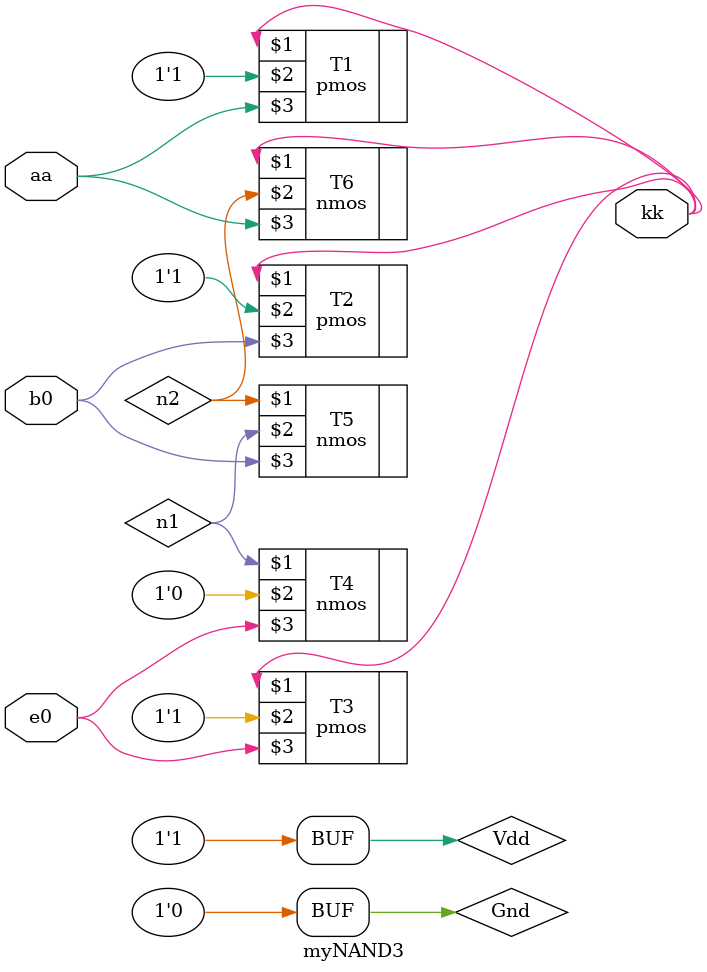
<source format=v>
`timescale 1ns/1ns
module myNAND3(input aa, b0, e0, output kk);
	wire n1, n2;
	supply1 Vdd;
	supply0 Gnd;
	pmos #(5, 6, 7) T1(kk, Vdd, aa), T2(kk, Vdd, b0), T3(kk, Vdd, e0);
	nmos #(3, 4, 5) T4(n1, Gnd, e0), T5(n2, n1, b0), T6(kk, n2, aa);
endmodule

</source>
